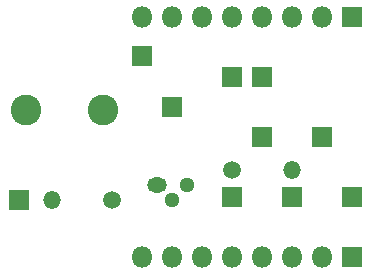
<source format=gbr>
%TF.GenerationSoftware,KiCad,Pcbnew,5.1.6-c6e7f7d~87~ubuntu18.04.1*%
%TF.CreationDate,2021-11-16T17:45:47+01:00*%
%TF.ProjectId,e-p-wifi-lf,652d702d-7769-4666-992d-6c662e6b6963,rev?*%
%TF.SameCoordinates,Original*%
%TF.FileFunction,Soldermask,Bot*%
%TF.FilePolarity,Negative*%
%FSLAX46Y46*%
G04 Gerber Fmt 4.6, Leading zero omitted, Abs format (unit mm)*
G04 Created by KiCad (PCBNEW 5.1.6-c6e7f7d~87~ubuntu18.04.1) date 2021-11-16 17:45:47*
%MOMM*%
%LPD*%
G01*
G04 APERTURE LIST*
%ADD10O,1.700000X1.300000*%
%ADD11O,1.300000X1.300000*%
%ADD12R,1.800000X1.800000*%
%ADD13O,1.800000X1.800000*%
%ADD14C,2.600000*%
%ADD15C,1.500000*%
%ADD16O,1.500000X1.500000*%
G04 APERTURE END LIST*
D10*
%TO.C,Q1*%
X52070000Y-125984000D03*
D11*
X53340000Y-127254000D03*
X54610000Y-125984000D03*
%TD*%
D12*
%TO.C,J1*%
X50800000Y-115062000D03*
%TD*%
%TO.C,J2*%
X53340000Y-119380000D03*
%TD*%
%TO.C,J3*%
X40386000Y-127254000D03*
%TD*%
%TO.C,J4*%
X58420000Y-116840000D03*
%TD*%
%TO.C,J5*%
X58420000Y-127000000D03*
%TD*%
%TO.C,J6*%
X68580000Y-132080000D03*
D13*
X66040000Y-132080000D03*
X63500000Y-132080000D03*
X60960000Y-132080000D03*
X58420000Y-132080000D03*
X55880000Y-132080000D03*
X53340000Y-132080000D03*
X50800000Y-132080000D03*
X60960000Y-111760000D03*
X63500000Y-111760000D03*
X55880000Y-111760000D03*
X53340000Y-111760000D03*
X66040000Y-111760000D03*
X50800000Y-111760000D03*
X58420000Y-111760000D03*
D12*
X68580000Y-111760000D03*
%TD*%
%TO.C,J7*%
X63500000Y-127000000D03*
%TD*%
%TO.C,J8*%
X68580000Y-127000000D03*
%TD*%
%TO.C,J9*%
X66040000Y-121920000D03*
%TD*%
%TO.C,J10*%
X60960000Y-116840000D03*
%TD*%
%TO.C,J11*%
X60960000Y-121920000D03*
%TD*%
D14*
%TO.C,LS1*%
X47446000Y-119634000D03*
X40946000Y-119634000D03*
%TD*%
D15*
%TO.C,R1*%
X48260000Y-127254000D03*
D16*
X43180000Y-127254000D03*
%TD*%
D15*
%TO.C,R2*%
X58420000Y-124714000D03*
D16*
X63500000Y-124714000D03*
%TD*%
M02*

</source>
